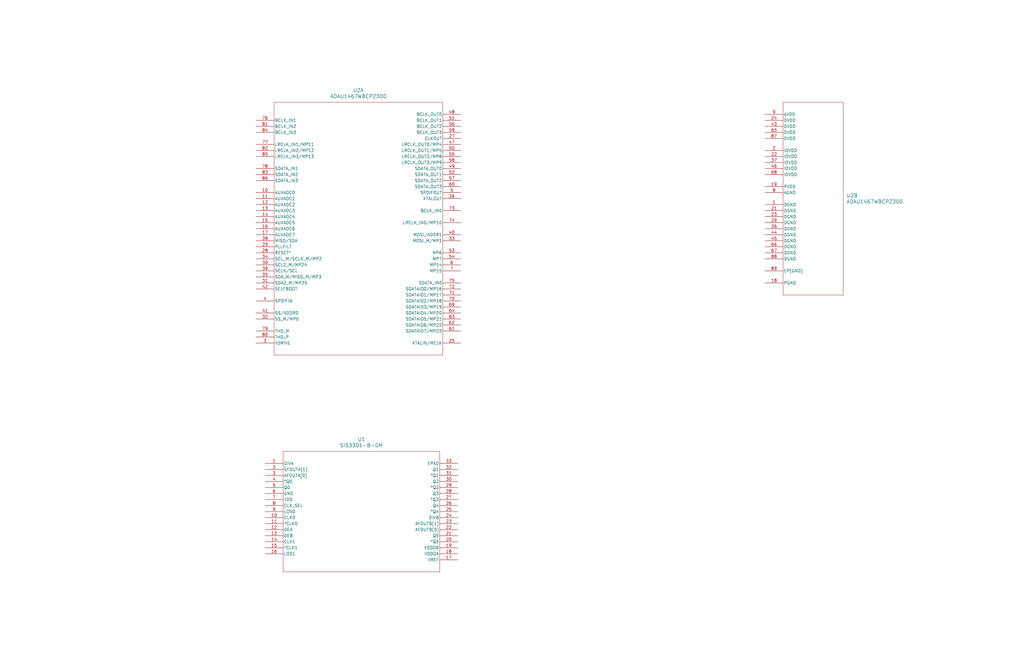
<source format=kicad_sch>
(kicad_sch (version 20250114) (generator "eeschema") (generator_version "9.0")
  (paper "B")
  (title_block (title "Digital Audio Processor ADAU1467") (date "2025-12-31") (rev "0.0") (company "Andy McCann KA3KAF and Doug McCann KA3KAG"))
  (lib_symbols
    (symbol "ADAU1467:ADAU1467WBCPZ300" (pin_names (offset 0.254))
      (property "Reference" "U" (at 43.18 12.7 0))
      (property "Value" "ADAU1467WBCPZ300" (at 43.18 10.16 0))
      (symbol "ADAU1467WBCPZ300_1_1"
        (polyline (pts (xy 7.62 7.62) (xy 7.62 -99.06)) (stroke (width 0.127)))
        (polyline (pts (xy 7.62 -99.06) (xy 78.74 -99.06)) (stroke (width 0.127)))
        (polyline (pts (xy 78.74 7.62) (xy 7.62 7.62)) (stroke (width 0.127)))
        (polyline (pts (xy 78.74 -99.06) (xy 78.74 7.62)) (stroke (width 0.127)))
        (pin unspecified line (at 0 0 0) (length 7.62) (name "BCLK_IN1") (number "76"))
        (pin unspecified line (at 0 -2.54 0) (length 7.62) (name "BCLK_IN2") (number "81"))
        (pin unspecified line (at 0 -5.08 0) (length 7.62) (name "BCLK_IN3") (number "84"))
        (pin unspecified line (at 0 -10.16 0) (length 7.62) (name "LRCLK_IN1/MP11") (number "77"))
        (pin unspecified line (at 0 -12.7 0) (length 7.62) (name "LRCLK_IN2/MP12") (number "82"))
        (pin unspecified line (at 0 -15.24 0) (length 7.62) (name "LRCLK_IN3/MP13") (number "85"))
        (pin unspecified line (at 0 -20.32 0) (length 7.62) (name "SDATA_IN1") (number "78"))
        (pin unspecified line (at 0 -22.86 0) (length 7.62) (name "SDATA_IN2") (number "83"))
        (pin unspecified line (at 0 -25.4 0) (length 7.62) (name "SDATA_IN3") (number "86"))
        (pin unspecified line (at 0 -30.48 0) (length 7.62) (name "AUXADC0") (number "10"))
        (pin unspecified line (at 0 -33.02 0) (length 7.62) (name "AUXADC1") (number "11"))
        (pin unspecified line (at 0 -35.56 0) (length 7.62) (name "AUXADC2") (number "12"))
        (pin unspecified line (at 0 -38.1 0) (length 7.62) (name "AUXADC3") (number "13"))
        (pin unspecified line (at 0 -40.64 0) (length 7.62) (name "AUXADC4") (number "14"))
        (pin unspecified line (at 0 -43.18 0) (length 7.62) (name "AUXADC5") (number "15"))
        (pin unspecified line (at 0 -45.72 0) (length 7.62) (name "AUXADC6") (number "16"))
        (pin unspecified line (at 0 -48.26 0) (length 7.62) (name "AUXADC7") (number "17"))
        (pin unspecified line (at 0 -50.8 0) (length 7.62) (name "MISO/SDA") (number "38"))
        (pin unspecified line (at 0 -53.34 0) (length 7.62) (name "PLLFILT") (number "20"))
        (pin unspecified line (at 0 -55.88 0) (length 7.62) (name "RESET*") (number "28"))
        (pin unspecified line (at 0 -58.42 0) (length 7.62) (name "SCL_M/SCLK_M/MP2") (number "34"))
        (pin unspecified line (at 0 -60.96 0) (length 7.62) (name "SCL2_M/MP24") (number "30"))
        (pin unspecified line (at 0 -63.5 0) (length 7.62) (name "SCLK/SCL") (number "39"))
        (pin unspecified line (at 0 -66.04 0) (length 7.62) (name "SDA_M/MISO_M/MP3") (number "35"))
        (pin unspecified line (at 0 -68.58 0) (length 7.62) (name "SDA2_M/MP25") (number "31"))
        (pin unspecified line (at 0 -71.12 0) (length 7.62) (name "SELFBOOT") (number "42"))
        (pin unspecified line (at 0 -76.2 0) (length 7.62) (name "SPDIFIN") (number "4"))
        (pin unspecified line (at 0 -81.28 0) (length 7.62) (name "SS/ADDR0") (number "41"))
        (pin unspecified line (at 0 -83.82 0) (length 7.62) (name "SS_M/MP0") (number "32"))
        (pin unspecified line (at 0 -88.9 0) (length 7.62) (name "THD_M") (number "79"))
        (pin unspecified line (at 0 -91.44 0) (length 7.62) (name "THD_P") (number "80"))
        (pin unspecified line (at 0 -93.98 0) (length 7.62) (name "VDRIVE") (number "3"))
        (pin unspecified line (at 86.36 2.54 180) (length 7.62) (name "BCLK_OUT0") (number "48"))
        (pin unspecified line (at 86.36 0 180) (length 7.62) (name "BCLK_OUT1") (number "51"))
        (pin unspecified line (at 86.36 -2.54 180) (length 7.62) (name "BCLK_OUT2") (number "56"))
        (pin unspecified line (at 86.36 -5.08 180) (length 7.62) (name "BCLK_OUT3") (number "59"))
        (pin unspecified line (at 86.36 -7.62 180) (length 7.62) (name "CLKOUT") (number "27"))
        (pin unspecified line (at 86.36 -10.16 180) (length 7.62) (name "LRCLK_OUT0/MP4") (number "47"))
        (pin unspecified line (at 86.36 -12.7 180) (length 7.62) (name "LRCLK_OUT1/MP5") (number "50"))
        (pin unspecified line (at 86.36 -15.24 180) (length 7.62) (name "LRCLK_OUT2/MP8") (number "55"))
        (pin unspecified line (at 86.36 -17.78 180) (length 7.62) (name "LRCLK_OUT3/MP9") (number "58"))
        (pin unspecified line (at 86.36 -20.32 180) (length 7.62) (name "SDATA_OUT0") (number "49"))
        (pin unspecified line (at 86.36 -22.86 180) (length 7.62) (name "SDATA_OUT1") (number "52"))
        (pin unspecified line (at 86.36 -25.4 180) (length 7.62) (name "SDATA_OUT2") (number "57"))
        (pin unspecified line (at 86.36 -27.94 180) (length 7.62) (name "SDATA_OUT3") (number "60"))
        (pin unspecified line (at 86.36 -30.48 180) (length 7.62) (name "SPDIFOUT") (number "5"))
        (pin unspecified line (at 86.36 -33.02 180) (length 7.62) (name "XTALOUT") (number "26"))
        (pin unspecified line (at 86.36 -38.1 180) (length 7.62) (name "BCLK_IN0") (number "73"))
        (pin unspecified line (at 86.36 -43.18 180) (length 7.62) (name "LRCLK_IN0/MP10") (number "74"))
        (pin unspecified line (at 86.36 -48.26 180) (length 7.62) (name "MOSI/ADDR1") (number "40"))
        (pin unspecified line (at 86.36 -50.8 180) (length 7.62) (name "MOSI_M/MP1") (number "33"))
        (pin unspecified line (at 86.36 -55.88 180) (length 7.62) (name "MP6") (number "53"))
        (pin unspecified line (at 86.36 -58.42 180) (length 7.62) (name "MP7") (number "54"))
        (pin unspecified line (at 86.36 -60.96 180) (length 7.62) (name "MP14") (number "6"))
        (pin unspecified line (at 86.36 -63.5 180) (length 7.62) (name "MP15") (number "7"))
        (pin unspecified line (at 86.36 -68.58 180) (length 7.62) (name "SDATA_IN0") (number "75"))
        (pin unspecified line (at 86.36 -71.12 180) (length 7.62) (name "SDATAIO0/MP16") (number "72"))
        (pin unspecified line (at 86.36 -73.66 180) (length 7.62) (name "SDATAIO1/MP17") (number "71"))
        (pin unspecified line (at 86.36 -76.2 180) (length 7.62) (name "SDATAIO2/MP18") (number "70"))
        (pin unspecified line (at 86.36 -78.74 180) (length 7.62) (name "SDATAIO3/MP19") (number "69"))
        (pin unspecified line (at 86.36 -81.28 180) (length 7.62) (name "SDATAIO4/MP20") (number "64"))
        (pin unspecified line (at 86.36 -83.82 180) (length 7.62) (name "SDATAIO5/MP21") (number "63"))
        (pin unspecified line (at 86.36 -86.36 180) (length 7.62) (name "SDATAIO6/MP22") (number "62"))
        (pin unspecified line (at 86.36 -88.9 180) (length 7.62) (name "SDATAIO7/MP23") (number "61"))
        (pin unspecified line (at 86.36 -93.98 180) (length 7.62) (name "XTALIN/MCLK") (number "25"))
      )
      (symbol "ADAU1467WBCPZ300_2_1"
        (polyline (pts (xy 7.62 5.08) (xy 7.62 -76.2)) (stroke (width 0.127)))
        (polyline (pts (xy 7.62 -76.2) (xy 33.02 -76.2)) (stroke (width 0.127)))
        (polyline (pts (xy 33.02 5.08) (xy 7.62 5.08)) (stroke (width 0.127)))
        (polyline (pts (xy 33.02 -76.2) (xy 33.02 5.08)) (stroke (width 0.127)))
        (pin unspecified line (at 0 0 0) (length 7.62) (name "AVDD") (number "9"))
        (pin unspecified line (at 0 -2.54 0) (length 7.62) (name "DVDD") (number "24"))
        (pin unspecified line (at 0 -5.08 0) (length 7.62) (name "DVDD") (number "43"))
        (pin unspecified line (at 0 -7.62 0) (length 7.62) (name "DVDD") (number "65"))
        (pin unspecified line (at 0 -10.16 0) (length 7.62) (name "DVDD") (number "87"))
        (pin unspecified line (at 0 -15.24 0) (length 7.62) (name "IOVDD") (number "2"))
        (pin unspecified line (at 0 -17.78 0) (length 7.62) (name "IOVDD") (number "22"))
        (pin unspecified line (at 0 -20.32 0) (length 7.62) (name "IOVDD") (number "37"))
        (pin unspecified line (at 0 -22.86 0) (length 7.62) (name "IOVDD") (number "46"))
        (pin unspecified line (at 0 -25.4 0) (length 7.62) (name "IOVDD") (number "68"))
        (pin unspecified line (at 0 -30.48 0) (length 7.62) (name "PVDD") (number "19"))
        (pin unspecified line (at 0 -33.02 0) (length 7.62) (name "AGND") (number "8"))
        (pin unspecified line (at 0 -38.1 0) (length 7.62) (name "DGND") (number "1"))
        (pin unspecified line (at 0 -40.64 0) (length 7.62) (name "DGND") (number "21"))
        (pin unspecified line (at 0 -43.18 0) (length 7.62) (name "DGND") (number "23"))
        (pin unspecified line (at 0 -45.72 0) (length 7.62) (name "DGND") (number "29"))
        (pin unspecified line (at 0 -48.26 0) (length 7.62) (name "DGND") (number "36"))
        (pin unspecified line (at 0 -50.8 0) (length 7.62) (name "DGND") (number "44"))
        (pin unspecified line (at 0 -53.34 0) (length 7.62) (name "DGND") (number "45"))
        (pin unspecified line (at 0 -55.88 0) (length 7.62) (name "DGND") (number "66"))
        (pin unspecified line (at 0 -58.42 0) (length 7.62) (name "DGND") (number "67"))
        (pin unspecified line (at 0 -60.96 0) (length 7.62) (name "DGND") (number "88"))
        (pin unspecified line (at 0 -66.04 0) (length 7.62) (name "EP(GND)") (number "89"))
        (pin unspecified line (at 0 -71.12 0) (length 7.62) (name "PGND") (number "18"))
      )
    )
    (symbol "Si53301:SI53301-B-GM" (pin_names (offset 0.254))
      (property "Reference" "U" (at 40.64 10.16 0))
      (property "Value" "SI53301-B-GM" (at 40.64 7.62 0))
      (symbol "SI53301-B-GM_0_1"
        (polyline (pts (xy 7.62 5.08) (xy 7.62 -45.72)) (stroke (width 0.127)))
        (polyline (pts (xy 7.62 -45.72) (xy 73.66 -45.72)) (stroke (width 0.127)))
        (polyline (pts (xy 73.66 5.08) (xy 7.62 5.08)) (stroke (width 0.127)))
        (polyline (pts (xy 73.66 -45.72) (xy 73.66 5.08)) (stroke (width 0.127)))
        (pin input line (at 0 0 0) (length 7.62) (name "DIVA") (number "1"))
        (pin input line (at 0 -2.54 0) (length 7.62) (name "SFOUTA[1]") (number "2"))
        (pin input line (at 0 -5.08 0) (length 7.62) (name "AFOUTA[0]") (number "3"))
        (pin output line (at 0 -7.62 0) (length 7.62) (name "*Q0") (number "4"))
        (pin output line (at 0 -10.16 0) (length 7.62) (name "Q0") (number "5"))
        (pin power_in line (at 0 -12.7 0) (length 7.62) (name "GND") (number "6"))
        (pin power_in line (at 0 -15.24 0) (length 7.62) (name "VDD") (number "7"))
        (pin input line (at 0 -17.78 0) (length 7.62) (name "CLK_SEL") (number "8"))
        (pin output line (at 0 -20.32 0) (length 7.62) (name "LOS0") (number "9"))
        (pin input line (at 0 -22.86 0) (length 7.62) (name "CLK0") (number "10"))
        (pin input line (at 0 -25.4 0) (length 7.62) (name "*CLK0") (number "11"))
        (pin input line (at 0 -27.94 0) (length 7.62) (name "OEA") (number "12"))
        (pin input line (at 0 -30.48 0) (length 7.62) (name "OEB") (number "13"))
        (pin input line (at 0 -33.02 0) (length 7.62) (name "CLK1") (number "14"))
        (pin input line (at 0 -35.56 0) (length 7.62) (name "*CLK1") (number "15"))
        (pin output line (at 0 -38.1 0) (length 7.62) (name "LOS1") (number "16"))
        (pin unspecified line (at 81.28 0 180) (length 7.62) (name "EPAD") (number "33"))
        (pin output line (at 81.28 -2.54 180) (length 7.62) (name "Q1") (number "32"))
        (pin output line (at 81.28 -5.08 180) (length 7.62) (name "*Q1") (number "31"))
        (pin output line (at 81.28 -7.62 180) (length 7.62) (name "Q2") (number "30"))
        (pin output line (at 81.28 -10.16 180) (length 7.62) (name "*Q2") (number "29"))
        (pin output line (at 81.28 -12.7 180) (length 7.62) (name "Q3") (number "28"))
        (pin output line (at 81.28 -15.24 180) (length 7.62) (name "*Q3") (number "27"))
        (pin output line (at 81.28 -17.78 180) (length 7.62) (name "Q4") (number "26"))
        (pin output line (at 81.28 -20.32 180) (length 7.62) (name "*Q4") (number "25"))
        (pin input line (at 81.28 -22.86 180) (length 7.62) (name "DIVB") (number "24"))
        (pin input line (at 81.28 -25.4 180) (length 7.62) (name "AFOUTB[1]") (number "23"))
        (pin input line (at 81.28 -27.94 180) (length 7.62) (name "AFOUTB[0]") (number "22"))
        (pin output line (at 81.28 -30.48 180) (length 7.62) (name "Q5") (number "21"))
        (pin output line (at 81.28 -33.02 180) (length 7.62) (name "*Q5") (number "20"))
        (pin power_in line (at 81.28 -35.56 180) (length 7.62) (name "VDDOB") (number "19"))
        (pin power_in line (at 81.28 -38.1 180) (length 7.62) (name "VDDOA") (number "18"))
        (pin output line (at 81.28 -40.64 180) (length 7.62) (name "VREF") (number "17"))
      )
    )
  )
  (symbol (lib_id "Si53301:SI53301-B-GM") (at 111.76 195.58 0) (unit 1)
    (property "Reference" "U1" (at 152.4 185.42 0) (effects (font (size 1.524 1.524))))
    (property "Value" "SI53301-B-GM" (at 152.4 187.96 0) (effects (font (size 1.524 1.524))))
    (property "Footprint" "QFN32_5X5_SIL" (effects (hide yes)))
    (property "Datasheet" "SI53301-B-GM" (effects (hide yes)))
  )
  (symbol (lib_id "ADAU1467:ADAU1467WBCPZ300") (at 107.95 50.8 0) (unit 1)
    (property "Reference" "U2" (at 151.13 38.1 0) (effects (font (size 1.524 1.524))))
    (property "Value" "ADAU1467WBCPZ300" (at 151.13 40.64 0) (effects (font (size 1.524 1.524))))
    (property "Footprint" "CP_88_10_ADI" (effects (hide yes)))
    (property "Datasheet" "https://www.analog.com/media/en/technical-documentation/data-sheets/ADAU1463-1467.pdf" (effects (hide yes)))
  )
  (symbol (lib_id "ADAU1467:ADAU1467WBCPZ300") (at 322.58 48.26 0) (unit 2)
    (property "Reference" "U2" (at 356.87 82.5499 0) (effects (font (size 1.524 1.524)) (justify left)))
    (property "Value" "ADAU1467WBCPZ300" (at 356.87 85.0899 0) (effects (font (size 1.524 1.524)) (justify left)))
    (property "Footprint" "CP_88_10_ADI" (effects (hide yes)))
    (property "Datasheet" "https://www.analog.com/media/en/technical-documentation/data-sheets/ADAU1463-1467.pdf" (effects (hide yes)))
  )
)
</source>
